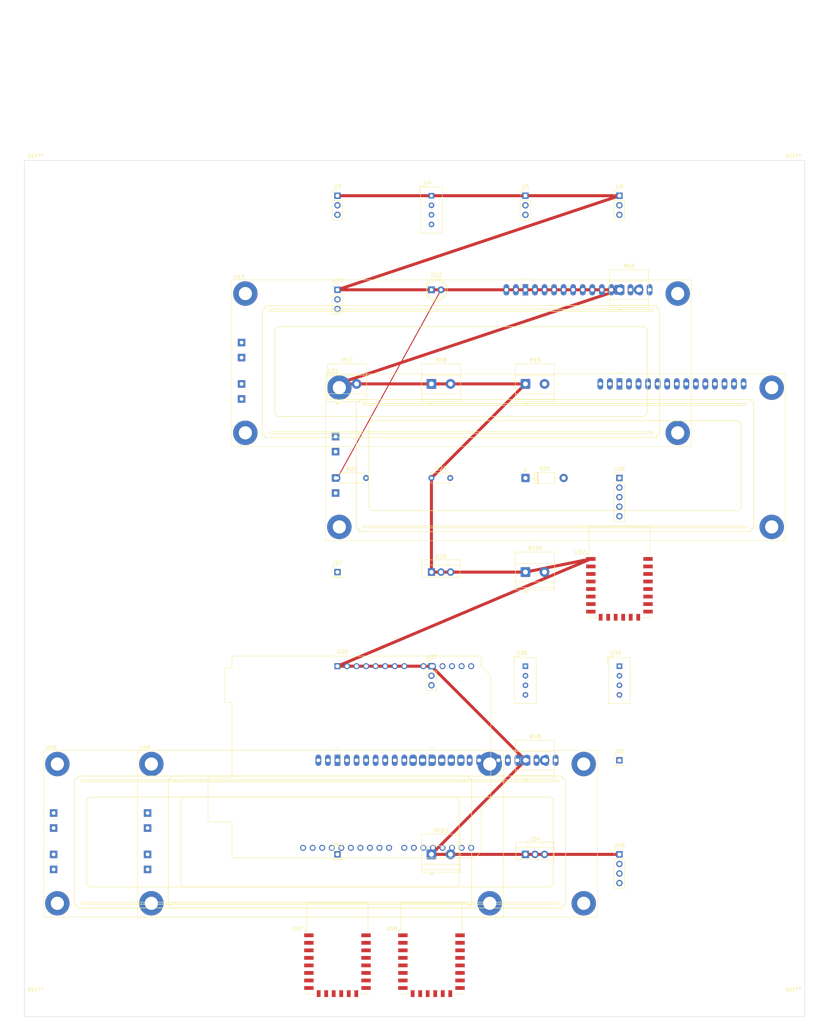
<source format=kicad_pcb>
(kicad_pcb (version 20241229) (generator "pcbnew") (generator_version "9.0")
  (layers (0 "F.Cu" signal) (2 "B.Cu" signal) (13 "F.Paste" user) (15 "B.Paste" user) (5 "F.SilkS" user "F.Silkscreen") (7 "B.SilkS" user "B.Silkscreen") (1 "F.Mask" user) (3 "B.Mask" user) (25 "Edge.Cuts" user))
  (net 0 "")
  (net 1 "Net-(D12-R22)")
  (net 2 "GND")
  (footprint "PinHeader_1x04_P2.54mm_Vertical" (layer "F.Cu") (at 125 225)
    (property "Reference" "U55" (at 0 -2.38 0) (layer "F.SilkS"))
    (property "Value" "Modules")
    (pad "1" thru_hole rect (at 0 0) (size 1.7 1.7) (drill 1) (layers "*.Cu" "*.Mask") (net 2 "GND"))
    (pad "2" thru_hole circle (at 0 2.54) (size 1.7 1.7) (drill 1) (layers "*.Cu" "*.Mask"))
    (pad "3" thru_hole circle (at 0 5.08) (size 1.7 1.7) (drill 1) (layers "*.Cu" "*.Mask"))
    (pad "4" thru_hole circle (at 0 7.62) (size 1.7 1.7) (drill 1) (layers "*.Cu" "*.Mask"))
  )
  (footprint "ESP-12E" (layer "F.Cu") (at 75 250)
    (property "Reference" "U58" (at -10.56 -5.26 0) (layer "F.SilkS"))
    (property "Value" "ESP8266")
    (pad "1" smd rect (at -7.6 -3.5) (size 2.5 1) (layers "F.Cu" "F.Mask" "F.Paste"))
    (pad "2" smd rect (at -7.6 -1.5) (size 2.5 1) (layers "F.Cu" "F.Mask" "F.Paste"))
    (pad "3" smd rect (at -7.6 0.5) (size 2.5 1) (layers "F.Cu" "F.Mask" "F.Paste"))
    (pad "4" smd rect (at -7.6 2.5) (size 2.5 1) (layers "F.Cu" "F.Mask" "F.Paste"))
    (pad "5" smd rect (at -7.6 4.5) (size 2.5 1) (layers "F.Cu" "F.Mask" "F.Paste"))
    (pad "6" smd rect (at -7.6 6.5) (size 2.5 1) (layers "F.Cu" "F.Mask" "F.Paste"))
    (pad "7" smd rect (at -7.6 8.5) (size 2.5 1) (layers "F.Cu" "F.Mask" "F.Paste"))
    (pad "8" smd rect (at -7.6 10.5) (size 2.5 1) (layers "F.Cu" "F.Mask" "F.Paste"))
    (pad "9" smd rect (at -5 12) (size 1 1.8) (layers "F.Cu" "F.Mask" "F.Paste"))
    (pad "10" smd rect (at -3 12) (size 1 1.8) (layers "F.Cu" "F.Mask" "F.Paste"))
    (pad "11" smd rect (at -1 12) (size 1 1.8) (layers "F.Cu" "F.Mask" "F.Paste"))
    (pad "12" smd rect (at 1 12) (size 1 1.8) (layers "F.Cu" "F.Mask" "F.Paste"))
    (pad "13" smd rect (at 3 12) (size 1 1.8) (layers "F.Cu" "F.Mask" "F.Paste"))
    (pad "14" smd rect (at 5 12) (size 1 1.8) (layers "F.Cu" "F.Mask" "F.Paste"))
    (pad "15" smd rect (at 7.6 10.5) (size 2.5 1) (layers "F.Cu" "F.Mask" "F.Paste"))
    (pad "16" smd rect (at 7.6 8.5) (size 2.5 1) (layers "F.Cu" "F.Mask" "F.Paste"))
    (pad "17" smd rect (at 7.6 6.5) (size 2.5 1) (layers "F.Cu" "F.Mask" "F.Paste"))
    (pad "18" smd rect (at 7.6 4.5) (size 2.5 1) (layers "F.Cu" "F.Mask" "F.Paste"))
    (pad "19" smd rect (at 7.6 2.5) (size 2.5 1) (layers "F.Cu" "F.Mask" "F.Paste"))
    (pad "20" smd rect (at 7.6 0.5) (size 2.5 1) (layers "F.Cu" "F.Mask" "F.Paste"))
    (pad "21" smd rect (at 7.6 -1.5) (size 2.5 1) (layers "F.Cu" "F.Mask" "F.Paste"))
    (pad "22" smd rect (at 7.6 -3.5) (size 2.5 1) (layers "F.Cu" "F.Mask" "F.Paste"))
  )
  (footprint "TerminalBlock_Phoenix_MKDS-1,5-2-5.08_1x02_P5.08mm_Horizontal" (layer "F.Cu") (at 75 100)
    (property "Reference" "M18" (at 2.54 -6.32 0) (layer "F.SilkS"))
    (property "Value" "Servo motors")
    (pad "1" thru_hole roundrect (at 0 0) (size 2.6 2.6) (drill 1.3) (layers "*.Cu" "*.Mask") (roundrect_rratio 0.096154) (net 2 "GND"))
    (pad "2" thru_hole circle (at 5.08 0) (size 2.6 2.6) (drill 1.3) (layers "*.Cu" "*.Mask"))
  )
  (footprint "ESP-12E" (layer "F.Cu") (at 125 150)
    (property "Reference" "U32" (at -10.56 -5.26 0) (layer "F.SilkS"))
    (property "Value" "WiFi modules (ESP8266)")
    (pad "1" smd rect (at -7.6 -3.5) (size 2.5 1) (layers "F.Cu" "F.Mask" "F.Paste") (net 2 "GND"))
    (pad "2" smd rect (at -7.6 -1.5) (size 2.5 1) (layers "F.Cu" "F.Mask" "F.Paste"))
    (pad "3" smd rect (at -7.6 0.5) (size 2.5 1) (layers "F.Cu" "F.Mask" "F.Paste"))
    (pad "4" smd rect (at -7.6 2.5) (size 2.5 1) (layers "F.Cu" "F.Mask" "F.Paste"))
    (pad "5" smd rect (at -7.6 4.5) (size 2.5 1) (layers "F.Cu" "F.Mask" "F.Paste"))
    (pad "6" smd rect (at -7.6 6.5) (size 2.5 1) (layers "F.Cu" "F.Mask" "F.Paste"))
    (pad "7" smd rect (at -7.6 8.5) (size 2.5 1) (layers "F.Cu" "F.Mask" "F.Paste"))
    (pad "8" smd rect (at -7.6 10.5) (size 2.5 1) (layers "F.Cu" "F.Mask" "F.Paste"))
    (pad "9" smd rect (at -5 12) (size 1 1.8) (layers "F.Cu" "F.Mask" "F.Paste"))
    (pad "10" smd rect (at -3 12) (size 1 1.8) (layers "F.Cu" "F.Mask" "F.Paste"))
    (pad "11" smd rect (at -1 12) (size 1 1.8) (layers "F.Cu" "F.Mask" "F.Paste"))
    (pad "12" smd rect (at 1 12) (size 1 1.8) (layers "F.Cu" "F.Mask" "F.Paste"))
    (pad "13" smd rect (at 3 12) (size 1 1.8) (layers "F.Cu" "F.Mask" "F.Paste"))
    (pad "14" smd rect (at 5 12) (size 1 1.8) (layers "F.Cu" "F.Mask" "F.Paste"))
    (pad "15" smd rect (at 7.6 10.5) (size 2.5 1) (layers "F.Cu" "F.Mask" "F.Paste"))
    (pad "16" smd rect (at 7.6 8.5) (size 2.5 1) (layers "F.Cu" "F.Mask" "F.Paste"))
    (pad "17" smd rect (at 7.6 6.5) (size 2.5 1) (layers "F.Cu" "F.Mask" "F.Paste"))
    (pad "18" smd rect (at 7.6 4.5) (size 2.5 1) (layers "F.Cu" "F.Mask" "F.Paste"))
    (pad "19" smd rect (at 7.6 2.5) (size 2.5 1) (layers "F.Cu" "F.Mask" "F.Paste"))
    (pad "20" smd rect (at 7.6 0.5) (size 2.5 1) (layers "F.Cu" "F.Mask" "F.Paste"))
    (pad "21" smd rect (at 7.6 -1.5) (size 2.5 1) (layers "F.Cu" "F.Mask" "F.Paste"))
    (pad "22" smd rect (at 7.6 -3.5) (size 2.5 1) (layers "F.Cu" "F.Mask" "F.Paste"))
  )
  (footprint "PinHeader_1x03_P2.54mm_Vertical" (layer "F.Cu") (at 50 75)
    (property "Reference" "U10" (at 0 -2.38 0) (layer "F.SilkS"))
    (property "Value" "Touch sensors")
    (pad "1" thru_hole rect (at 0 0) (size 1.7 1.7) (drill 1) (layers "*.Cu" "*.Mask") (net 2 "GND"))
    (pad "2" thru_hole circle (at 0 2.54) (size 1.7 1.7) (drill 1) (layers "*.Cu" "*.Mask"))
    (pad "3" thru_hole circle (at 0 5.08) (size 1.7 1.7) (drill 1) (layers "*.Cu" "*.Mask"))
  )
  (footprint "MountingHole_3.2mm_M3" (layer "F.Cu") (at -30.275 43.65175)
    (property "Reference" "REF**" (at 0 -4.15 0) (layer "F.SilkS"))
    (property "Value" "MountingHole_3.2mm_M3")
    (pad "" np_thru_hole circle (at 0 0) (size 3.2 3.2) (drill 3.2) (layers "*.Cu" "*.Mask"))
  )
  (footprint "TerminalBlock_Phoenix_MKDS-1,5-2-5.08_1x02_P5.08mm_Horizontal" (layer "F.Cu") (at 100 100)
    (property "Reference" "M19" (at 2.54 -6.32 0) (layer "F.SilkS"))
    (property "Value" "Stepper motors")
    (pad "1" thru_hole roundrect (at 0 0) (size 2.6 2.6) (drill 1.3) (layers "*.Cu" "*.Mask") (roundrect_rratio 0.096154) (net 2 "GND"))
    (pad "2" thru_hole circle (at 5.08 0) (size 2.6 2.6) (drill 1.3) (layers "*.Cu" "*.Mask"))
  )
  (footprint "TO-220-3_Vertical" (layer "F.Cu") (at 100 225)
    (property "Reference" "U54" (at 2.54 -4.1 0) (layer "F.SilkS"))
    (property "Value" "regulators")
    (pad "1" thru_hole rect (at 0 0) (size 1.905 2) (drill 1.1) (layers "*.Cu" "*.Mask") (net 2 "GND"))
    (pad "2" thru_hole oval (at 2.54 0) (size 1.905 2) (drill 1.1) (layers "*.Cu" "*.Mask"))
    (pad "3" thru_hole oval (at 5.08 0) (size 1.905 2) (drill 1.1) (layers "*.Cu" "*.Mask"))
  )
  (footprint "Aosong_DHT11_5.5x12.0_P2.54mm" (layer "F.Cu") (at 125 175)
    (property "Reference" "U39" (at -1 -3.5 0) (layer "F.SilkS"))
    (property "Value" "DHT22")
    (pad "1" thru_hole rect (at 0 0) (size 1.5 1.5) (drill 0.8) (layers "*.Cu" "*.Mask"))
    (pad "2" thru_hole circle (at 0 2.54) (size 1.5 1.5) (drill 0.8) (layers "*.Cu" "*.Mask"))
    (pad "3" thru_hole circle (at 0 5.08) (size 1.5 1.5) (drill 0.8) (layers "*.Cu" "*.Mask"))
    (pad "4" thru_hole circle (at 0 7.62) (size 1.5 1.5) (drill 0.8) (layers "*.Cu" "*.Mask"))
  )
  (footprint "TerminalBlock_Phoenix_MKDS-1,5-2-5.08_1x02_P5.08mm_Horizontal" (layer "F.Cu") (at 125 75)
    (property "Reference" "M16" (at 2.54 -6.32 0) (layer "F.SilkS"))
    (property "Value" "Motors:")
    (pad "1" thru_hole roundrect (at 0 0) (size 2.6 2.6) (drill 1.3) (layers "*.Cu" "*.Mask") (roundrect_rratio 0.096154) (net 2 "GND"))
    (pad "2" thru_hole circle (at 5.08 0) (size 2.6 2.6) (drill 1.3) (layers "*.Cu" "*.Mask"))
  )
  (footprint "PinHeader_1x01_P2.54mm_Vertical" (layer "F.Cu") (at 50 225)
    (property "Reference" "U52" (at 0 -2.38 0) (layer "F.SilkS"))
    (property "Value" "Wires")
    (pad "1" thru_hole rect (at 0 0) (size 1.7 1.7) (drill 1) (layers "*.Cu" "*.Mask"))
  )
  (footprint "PinHeader_1x05_P2.54mm_Vertical" (layer "F.Cu") (at 125 125)
    (property "Reference" "U26" (at 0 -2.38 0) (layer "F.SilkS"))
    (property "Value" "Breadboard")
    (pad "1" thru_hole rect (at 0 0) (size 1.7 1.7) (drill 1) (layers "*.Cu" "*.Mask"))
    (pad "2" thru_hole circle (at 0 2.54) (size 1.7 1.7) (drill 1) (layers "*.Cu" "*.Mask"))
    (pad "3" thru_hole circle (at 0 5.08) (size 1.7 1.7) (drill 1) (layers "*.Cu" "*.Mask"))
    (pad "4" thru_hole circle (at 0 7.62) (size 1.7 1.7) (drill 1) (layers "*.Cu" "*.Mask"))
    (pad "5" thru_hole circle (at 0 10.16) (size 1.7 1.7) (drill 1) (layers "*.Cu" "*.Mask"))
  )
  (footprint "Arduino_UNO_R3" (layer "F.Cu") (at 50 175)
    (property "Reference" "U35" (at 1.27 -3.81 180) (layer "F.SilkS"))
    (property "Value" "arduino")
    (pad "1" thru_hole rect (at 0 0 90) (size 1.6 1.6) (drill 1) (layers "*.Cu" "*.Mask") (net 2 "GND"))
    (pad "2" thru_hole oval (at 2.54 0 90) (size 1.6 1.6) (drill 1) (layers "*.Cu" "*.Mask"))
    (pad "3" thru_hole oval (at 5.08 0 90) (size 1.6 1.6) (drill 1) (layers "*.Cu" "*.Mask"))
    (pad "4" thru_hole oval (at 7.62 0 90) (size 1.6 1.6) (drill 1) (layers "*.Cu" "*.Mask"))
    (pad "5" thru_hole oval (at 10.16 0 90) (size 1.6 1.6) (drill 1) (layers "*.Cu" "*.Mask"))
    (pad "6" thru_hole oval (at 12.7 0 90) (size 1.6 1.6) (drill 1) (layers "*.Cu" "*.Mask"))
    (pad "7" thru_hole oval (at 15.24 0 90) (size 1.6 1.6) (drill 1) (layers "*.Cu" "*.Mask"))
    (pad "8" thru_hole oval (at 17.78 0 90) (size 1.6 1.6) (drill 1) (layers "*.Cu" "*.Mask"))
    (pad "9" thru_hole oval (at 22.86 0 90) (size 1.6 1.6) (drill 1) (layers "*.Cu" "*.Mask"))
    (pad "10" thru_hole oval (at 25.4 0 90) (size 1.6 1.6) (drill 1) (layers "*.Cu" "*.Mask"))
    (pad "11" thru_hole oval (at 27.94 0 90) (size 1.6 1.6) (drill 1) (layers "*.Cu" "*.Mask"))
    (pad "12" thru_hole oval (at 30.48 0 90) (size 1.6 1.6) (drill 1) (layers "*.Cu" "*.Mask"))
    (pad "13" thru_hole oval (at 33.02 0 90) (size 1.6 1.6) (drill 1) (layers "*.Cu" "*.Mask"))
    (pad "14" thru_hole oval (at 35.56 0 90) (size 1.6 1.6) (drill 1) (layers "*.Cu" "*.Mask"))
    (pad "15" thru_hole oval (at 35.56 48.26 90) (size 1.6 1.6) (drill 1) (layers "*.Cu" "*.Mask"))
    (pad "16" thru_hole oval (at 33.02 48.26 90) (size 1.6 1.6) (drill 1) (layers "*.Cu" "*.Mask"))
    (pad "17" thru_hole oval (at 30.48 48.26 90) (size 1.6 1.6) (drill 1) (layers "*.Cu" "*.Mask"))
    (pad "18" thru_hole oval (at 27.94 48.26 90) (size 1.6 1.6) (drill 1) (layers "*.Cu" "*.Mask"))
    (pad "19" thru_hole oval (at 25.4 48.26 90) (size 1.6 1.6) (drill 1) (layers "*.Cu" "*.Mask"))
    (pad "20" thru_hole oval (at 22.86 48.26 90) (size 1.6 1.6) (drill 1) (layers "*.Cu" "*.Mask"))
    (pad "21" thru_hole oval (at 20.32 48.26 90) (size 1.6 1.6) (drill 1) (layers "*.Cu" "*.Mask"))
    (pad "22" thru_hole oval (at 17.78 48.26 90) (size 1.6 1.6) (drill 1) (layers "*.Cu" "*.Mask"))
    (pad "23" thru_hole oval (at 13.72 48.26 90) (size 1.6 1.6) (drill 1) (layers "*.Cu" "*.Mask"))
    (pad "24" thru_hole oval (at 11.18 48.26 90) (size 1.6 1.6) (drill 1) (layers "*.Cu" "*.Mask"))
    (pad "25" thru_hole oval (at 8.64 48.26 90) (size 1.6 1.6) (drill 1) (layers "*.Cu" "*.Mask"))
    (pad "26" thru_hole oval (at 6.1 48.26 90) (size 1.6 1.6) (drill 1) (layers "*.Cu" "*.Mask"))
    (pad "27" thru_hole oval (at 3.56 48.26 90) (size 1.6 1.6) (drill 1) (layers "*.Cu" "*.Mask"))
    (pad "28" thru_hole oval (at 1.02 48.26 90) (size 1.6 1.6) (drill 1) (layers "*.Cu" "*.Mask"))
    (pad "29" thru_hole oval (at -1.52 48.26 90) (size 1.6 1.6) (drill 1) (layers "*.Cu" "*.Mask"))
    (pad "30" thru_hole oval (at -4.06 48.26 90) (size 1.6 1.6) (drill 1) (layers "*.Cu" "*.Mask"))
    (pad "31" thru_hole oval (at -6.6 48.26 90) (size 1.6 1.6) (drill 1) (layers "*.Cu" "*.Mask"))
    (pad "32" thru_hole oval (at -9.14 48.26 90) (size 1.6 1.6) (drill 1) (layers "*.Cu" "*.Mask"))
  )
  (footprint "TerminalBlock_Phoenix_MKDS-1,5-2-5.08_1x02_P5.08mm_Horizontal" (layer "F.Cu") (at 75 225)
    (property "Reference" "BT53" (at 2.54 -6.32 0) (layer "F.SilkS"))
    (property "Value" "battery")
    (pad "1" thru_hole roundrect (at 0 0) (size 2.6 2.6) (drill 1.3) (layers "*.Cu" "*.Mask") (roundrect_rratio 0.096154) (net 2 "GND"))
    (pad "2" thru_hole circle (at 5.08 0) (size 2.6 2.6) (drill 1.3) (layers "*.Cu" "*.Mask"))
  )
  (footprint "PinHeader_1x03_P2.54mm_Vertical" (layer "F.Cu") (at 50 50)
    (property "Reference" "U3" (at 0 -2.38 0) (layer "F.SilkS"))
    (property "Value" "Sensors:")
    (pad "1" thru_hole rect (at 0 0) (size 1.7 1.7) (drill 1) (layers "*.Cu" "*.Mask") (net 2 "GND"))
    (pad "2" thru_hole circle (at 0 2.54) (size 1.7 1.7) (drill 1) (layers "*.Cu" "*.Mask"))
    (pad "3" thru_hole circle (at 0 5.08) (size 1.7 1.7) (drill 1) (layers "*.Cu" "*.Mask"))
  )
  (footprint "Aosong_DHT11_5.5x12.0_P2.54mm" (layer "F.Cu") (at 100 175)
    (property "Reference" "U38" (at -1 -3.5 0) (layer "F.SilkS"))
    (property "Value" "DHT11")
    (pad "1" thru_hole rect (at 0 0) (size 1.5 1.5) (drill 0.8) (layers "*.Cu" "*.Mask"))
    (pad "2" thru_hole circle (at 0 2.54) (size 1.5 1.5) (drill 0.8) (layers "*.Cu" "*.Mask"))
    (pad "3" thru_hole circle (at 0 5.08) (size 1.5 1.5) (drill 0.8) (layers "*.Cu" "*.Mask"))
    (pad "4" thru_hole circle (at 0 7.62) (size 1.5 1.5) (drill 0.8) (layers "*.Cu" "*.Mask"))
  )
  (footprint "Aosong_DHT11_5.5x12.0_P2.54mm" (layer "F.Cu") (at 75 50)
    (property "Reference" "U4" (at -1 -3.5 0) (layer "F.SilkS"))
    (property "Value" "Temperature sensors (DHT11, DHT22, LM35)")
    (pad "1" thru_hole rect (at 0 0) (size 1.5 1.5) (drill 0.8) (layers "*.Cu" "*.Mask") (net 2 "GND"))
    (pad "2" thru_hole circle (at 0 2.54) (size 1.5 1.5) (drill 0.8) (layers "*.Cu" "*.Mask"))
    (pad "3" thru_hole circle (at 0 5.08) (size 1.5 1.5) (drill 0.8) (layers "*.Cu" "*.Mask"))
    (pad "4" thru_hole circle (at 0 7.62) (size 1.5 1.5) (drill 0.8) (layers "*.Cu" "*.Mask"))
  )
  (footprint "ESP-12E" (layer "F.Cu") (at 50 250)
    (property "Reference" "U57" (at -10.56 -5.26 0) (layer "F.SilkS"))
    (property "Value" "WiFi")
    (pad "1" smd rect (at -7.6 -3.5) (size 2.5 1) (layers "F.Cu" "F.Mask" "F.Paste"))
    (pad "2" smd rect (at -7.6 -1.5) (size 2.5 1) (layers "F.Cu" "F.Mask" "F.Paste"))
    (pad "3" smd rect (at -7.6 0.5) (size 2.5 1) (layers "F.Cu" "F.Mask" "F.Paste"))
    (pad "4" smd rect (at -7.6 2.5) (size 2.5 1) (layers "F.Cu" "F.Mask" "F.Paste"))
    (pad "5" smd rect (at -7.6 4.5) (size 2.5 1) (layers "F.Cu" "F.Mask" "F.Paste"))
    (pad "6" smd rect (at -7.6 6.5) (size 2.5 1) (layers "F.Cu" "F.Mask" "F.Paste"))
    (pad "7" smd rect (at -7.6 8.5) (size 2.5 1) (layers "F.Cu" "F.Mask" "F.Paste"))
    (pad "8" smd rect (at -7.6 10.5) (size 2.5 1) (layers "F.Cu" "F.Mask" "F.Paste"))
    (pad "9" smd rect (at -5 12) (size 1 1.8) (layers "F.Cu" "F.Mask" "F.Paste"))
    (pad "10" smd rect (at -3 12) (size 1 1.8) (layers "F.Cu" "F.Mask" "F.Paste"))
    (pad "11" smd rect (at -1 12) (size 1 1.8) (layers "F.Cu" "F.Mask" "F.Paste"))
    (pad "12" smd rect (at 1 12) (size 1 1.8) (layers "F.Cu" "F.Mask" "F.Paste"))
    (pad "13" smd rect (at 3 12) (size 1 1.8) (layers "F.Cu" "F.Mask" "F.Paste"))
    (pad "14" smd rect (at 5 12) (size 1 1.8) (layers "F.Cu" "F.Mask" "F.Paste"))
    (pad "15" smd rect (at 7.6 10.5) (size 2.5 1) (layers "F.Cu" "F.Mask" "F.Paste"))
    (pad "16" smd rect (at 7.6 8.5) (size 2.5 1) (layers "F.Cu" "F.Mask" "F.Paste"))
    (pad "17" smd rect (at 7.6 6.5) (size 2.5 1) (layers "F.Cu" "F.Mask" "F.Paste"))
    (pad "18" smd rect (at 7.6 4.5) (size 2.5 1) (layers "F.Cu" "F.Mask" "F.Paste"))
    (pad "19" smd rect (at 7.6 2.5) (size 2.5 1) (layers "F.Cu" "F.Mask" "F.Paste"))
    (pad "20" smd rect (at 7.6 0.5) (size 2.5 1) (layers "F.Cu" "F.Mask" "F.Paste"))
    (pad "21" smd rect (at 7.6 -1.5) (size 2.5 1) (layers "F.Cu" "F.Mask" "F.Paste"))
    (pad "22" smd rect (at 7.6 -3.5) (size 2.5 1) (layers "F.Cu" "F.Mask" "F.Paste"))
  )
  (footprint "LCD-016N002L" (layer "F.Cu") (at 75 200)
    (property "Reference" "U46" (at -76.21 -3.41 180) (layer "F.SilkS"))
    (property "Value" "Displays")
    (pad "" thru_hole circle (at -74.5 1 180) (size 6.5 6.5) (drill 3.5) (layers "*.Cu" "*.Mask"))
    (pad "" thru_hole circle (at -74.5 38 180) (size 6.5 6.5) (drill 3.5) (layers "*.Cu" "*.Mask"))
    (pad "" thru_hole circle (at 40.5 1 180) (size 6.5 6.5) (drill 3.5) (layers "*.Cu" "*.Mask"))
    (pad "" thru_hole circle (at 40.5 38 180) (size 6.5 6.5) (drill 3.5) (layers "*.Cu" "*.Mask"))
    (pad "1" thru_hole rect (at 0 0 180) (size 1.5 3) (drill 1) (layers "*.Cu" "*.Mask"))
    (pad "2" thru_hole oval (at 2.54 0 180) (size 1.5 3) (drill 1) (layers "*.Cu" "*.Mask"))
    (pad "3" thru_hole oval (at 5.08 0 180) (size 1.5 3) (drill 1) (layers "*.Cu" "*.Mask"))
    (pad "4" thru_hole oval (at 7.62 0 180) (size 1.5 3) (drill 1) (layers "*.Cu" "*.Mask"))
    (pad "5" thru_hole oval (at 10.16 0 180) (size 1.5 3) (drill 1) (layers "*.Cu" "*.Mask"))
    (pad "6" thru_hole oval (at 12.7 0 180) (size 1.5 3) (drill 1) (layers "*.Cu" "*.Mask"))
    (pad "7" thru_hole oval (at 15.24 0 180) (size 1.5 3) (drill 1) (layers "*.Cu" "*.Mask"))
    (pad "8" thru_hole oval (at 17.78 0 180) (size 1.5 3) (drill 1) (layers "*.Cu" "*.Mask"))
    (pad "9" thru_hole oval (at 20.32 0 180) (size 1.5 3) (drill 1) (layers "*.Cu" "*.Mask"))
    (pad "10" thru_hole oval (at 22.86 0 180) (size 1.5 3) (drill 1) (layers "*.Cu" "*.Mask"))
    (pad "11" thru_hole oval (at 25.4 0 180) (size 1.5 3) (drill 1) (layers "*.Cu" "*.Mask"))
    (pad "12" thru_hole oval (at 27.94 0 180) (size 1.5 3) (drill 1) (layers "*.Cu" "*.Mask"))
    (pad "13" thru_hole oval (at 30.48 0 180) (size 1.5 3) (drill 1) (layers "*.Cu" "*.Mask"))
    (pad "14" thru_hole oval (at 33.02 0 180) (size 1.5 3) (drill 1) (layers "*.Cu" "*.Mask"))
    (pad "15" thru_hole oval (at -2.54 0 180) (size 1.5 3) (drill 1) (layers "*.Cu" "*.Mask"))
    (pad "16" thru_hole oval (at -5.08 0 180) (size 1.5 3) (drill 1) (layers "*.Cu" "*.Mask"))
    (pad "A1" thru_hole rect (at -75.5 14 180) (size 2 2) (drill 1) (layers "*.Cu" "*.Mask"))
    (pad "A2" thru_hole rect (at -75.5 25 180) (size 2 2) (drill 1) (layers "*.Cu" "*.Mask"))
    (pad "K1" thru_hole rect (at -75.5 18 180) (size 2 2) (drill 1) (layers "*.Cu" "*.Mask"))
    (pad "K2" thru_hole rect (at -75.5 29 180) (size 2 2) (drill 1) (layers "*.Cu" "*.Mask"))
  )
  (footprint "PinHeader_1x03_P2.54mm_Vertical" (layer "F.Cu") (at 125 50)
    (property "Reference" "U9" (at 0 -2.38 0) (layer "F.SilkS"))
    (property "Value" "Sound sensors")
    (pad "1" thru_hole rect (at 0 0) (size 1.7 1.7) (drill 1) (layers "*.Cu" "*.Mask") (net 2 "GND"))
    (pad "2" thru_hole circle (at 0 2.54) (size 1.7 1.7) (drill 1) (layers "*.Cu" "*.Mask"))
    (pad "3" thru_hole circle (at 0 5.08) (size 1.7 1.7) (drill 1) (layers "*.Cu" "*.Mask"))
  )
  (footprint "LCD-016N002L" (layer "F.Cu") (at 50 200)
    (property "Reference" "U45" (at -76.21 -3.41 180) (layer "F.SilkS"))
    (property "Value" "LCD")
    (pad "" thru_hole circle (at -74.5 1 180) (size 6.5 6.5) (drill 3.5) (layers "*.Cu" "*.Mask"))
    (pad "" thru_hole circle (at -74.5 38 180) (size 6.5 6.5) (drill 3.5) (layers "*.Cu" "*.Mask"))
    (pad "" thru_hole circle (at 40.5 1 180) (size 6.5 6.5) (drill 3.5) (layers "*.Cu" "*.Mask"))
    (pad "" thru_hole circle (at 40.5 38 180) (size 6.5 6.5) (drill 3.5) (layers "*.Cu" "*.Mask"))
    (pad "1" thru_hole rect (at 0 0 180) (size 1.5 3) (drill 1) (layers "*.Cu" "*.Mask"))
    (pad "2" thru_hole oval (at 2.54 0 180) (size 1.5 3) (drill 1) (layers "*.Cu" "*.Mask"))
    (pad "3" thru_hole oval (at 5.08 0 180) (size 1.5 3) (drill 1) (layers "*.Cu" "*.Mask"))
    (pad "4" thru_hole oval (at 7.62 0 180) (size 1.5 3) (drill 1) (layers "*.Cu" "*.Mask"))
    (pad "5" thru_hole oval (at 10.16 0 180) (size 1.5 3) (drill 1) (layers "*.Cu" "*.Mask"))
    (pad "6" thru_hole oval (at 12.7 0 180) (size 1.5 3) (drill 1) (layers "*.Cu" "*.Mask"))
    (pad "7" thru_hole oval (at 15.24 0 180) (size 1.5 3) (drill 1) (layers "*.Cu" "*.Mask"))
    (pad "8" thru_hole oval (at 17.78 0 180) (size 1.5 3) (drill 1) (layers "*.Cu" "*.Mask"))
    (pad "9" thru_hole oval (at 20.32 0 180) (size 1.5 3) (drill 1) (layers "*.Cu" "*.Mask"))
    (pad "10" thru_hole oval (at 22.86 0 180) (size 1.5 3) (drill 1) (layers "*.Cu" "*.Mask"))
    (pad "11" thru_hole oval (at 25.4 0 180) (size 1.5 3) (drill 1) (layers "*.Cu" "*.Mask"))
    (pad "12" thru_hole oval (at 27.94 0 180) (size 1.5 3) (drill 1) (layers "*.Cu" "*.Mask"))
    (pad "13" thru_hole oval (at 30.48 0 180) (size 1.5 3) (drill 1) (layers "*.Cu" "*.Mask"))
    (pad "14" thru_hole oval (at 33.02 0 180) (size 1.5 3) (drill 1) (layers "*.Cu" "*.Mask"))
    (pad "15" thru_hole oval (at -2.54 0 180) (size 1.5 3) (drill 1) (layers "*.Cu" "*.Mask"))
    (pad "16" thru_hole oval (at -5.08 0 180) (size 1.5 3) (drill 1) (layers "*.Cu" "*.Mask"))
    (pad "A1" thru_hole rect (at -75.5 14 180) (size 2 2) (drill 1) (layers "*.Cu" "*.Mask"))
    (pad "A2" thru_hole rect (at -75.5 25 180) (size 2 2) (drill 1) (layers "*.Cu" "*.Mask"))
    (pad "K1" thru_hole rect (at -75.5 18 180) (size 2 2) (drill 1) (layers "*.Cu" "*.Mask"))
    (pad "K2" thru_hole rect (at -75.5 29 180) (size 2 2) (drill 1) (layers "*.Cu" "*.Mask"))
  )
  (footprint "C_Disc_D5.0mm_W2.5mm_P5.00mm" (layer "F.Cu") (at 75 125)
    (property "Reference" "C23" (at 2.5 -2.5 0) (layer "F.SilkS"))
    (property "Value" "Capacitors")
    (pad "1" thru_hole circle (at 0 0) (size 1.6 1.6) (drill 0.8) (layers "*.Cu" "*.Mask") (net 2 "GND"))
    (pad "2" thru_hole circle (at 5 0) (size 1.6 1.6) (drill 0.8) (layers "*.Cu" "*.Mask"))
  )
  (footprint "LCD-016N002L" (layer "F.Cu") (at 125 100)
    (property "Reference" "U21" (at -76.21 -3.41 180) (layer "F.SilkS"))
    (property "Value" "Display")
    (pad "" thru_hole circle (at -74.5 1 180) (size 6.5 6.5) (drill 3.5) (layers "*.Cu" "*.Mask"))
    (pad "" thru_hole circle (at -74.5 38 180) (size 6.5 6.5) (drill 3.5) (layers "*.Cu" "*.Mask"))
    (pad "" thru_hole circle (at 40.5 1 180) (size 6.5 6.5) (drill 3.5) (layers "*.Cu" "*.Mask"))
    (pad "" thru_hole circle (at 40.5 38 180) (size 6.5 6.5) (drill 3.5) (layers "*.Cu" "*.Mask"))
    (pad "1" thru_hole rect (at 0 0 180) (size 1.5 3) (drill 1) (layers "*.Cu" "*.Mask"))
    (pad "2" thru_hole oval (at 2.54 0 180) (size 1.5 3) (drill 1) (layers "*.Cu" "*.Mask"))
    (pad "3" thru_hole oval (at 5.08 0 180) (size 1.5 3) (drill 1) (layers "*.Cu" "*.Mask"))
    (pad "4" thru_hole oval (at 7.62 0 180) (size 1.5 3) (drill 1) (layers "*.Cu" "*.Mask"))
    (pad "5" thru_hole oval (at 10.16 0 180) (size 1.5 3) (drill 1) (layers "*.Cu" "*.Mask"))
    (pad "6" thru_hole oval (at 12.7 0 180) (size 1.5 3) (drill 1) (layers "*.Cu" "*.Mask"))
    (pad "7" thru_hole oval (at 15.24 0 180) (size 1.5 3) (drill 1) (layers "*.Cu" "*.Mask"))
    (pad "8" thru_hole oval (at 17.78 0 180) (size 1.5 3) (drill 1) (layers "*.Cu" "*.Mask"))
    (pad "9" thru_hole oval (at 20.32 0 180) (size 1.5 3) (drill 1) (layers "*.Cu" "*.Mask"))
    (pad "10" thru_hole oval (at 22.86 0 180) (size 1.5 3) (drill 1) (layers "*.Cu" "*.Mask"))
    (pad "11" thru_hole oval (at 25.4 0 180) (size 1.5 3) (drill 1) (layers "*.Cu" "*.Mask"))
    (pad "12" thru_hole oval (at 27.94 0 180) (size 1.5 3) (drill 1) (layers "*.Cu" "*.Mask"))
    (pad "13" thru_hole oval (at 30.48 0 180) (size 1.5 3) (drill 1) (layers "*.Cu" "*.Mask"))
    (pad "14" thru_hole oval (at 33.02 0 180) (size 1.5 3) (drill 1) (layers "*.Cu" "*.Mask"))
    (pad "15" thru_hole oval (at -2.54 0 180) (size 1.5 3) (drill 1) (layers "*.Cu" "*.Mask"))
    (pad "16" thru_hole oval (at -5.08 0 180) (size 1.5 3) (drill 1) (layers "*.Cu" "*.Mask"))
    (pad "A1" thru_hole rect (at -75.5 14 180) (size 2 2) (drill 1) (layers "*.Cu" "*.Mask"))
    (pad "A2" thru_hole rect (at -75.5 25 180) (size 2 2) (drill 1) (layers "*.Cu" "*.Mask"))
    (pad "K1" thru_hole rect (at -75.5 18 180) (size 2 2) (drill 1) (layers "*.Cu" "*.Mask"))
    (pad "K2" thru_hole rect (at -75.5 29 180) (size 2 2) (drill 1) (layers "*.Cu" "*.Mask"))
  )
  (footprint "D_DO-41_SOD81_P10.16mm_Horizontal" (layer "F.Cu") (at 100 125)
    (property "Reference" "D25" (at 5.08 -2.47 0) (layer "F.SilkS"))
    (property "Value" "Diodes")
    (fp_text user "K" (at 0 -2.1 0) (layer "F.SilkS"))
    (pad "1" thru_hole roundrect (at 0 0) (size 2.2 2.2) (drill 1.1) (layers "*.Cu" "*.Mask") (roundrect_rratio 0.113636))
    (pad "2" thru_hole circle (at 10.16 0) (size 2.2 2.2) (drill 1.1) (layers "*.Cu" "*.Mask"))
  )
  (footprint "MountingHole_3.2mm_M3" (layer "F.Cu") (at 171.275 43.65175)
    (property "Reference" "REF**" (at 0 -4.15 0) (layer "F.SilkS"))
    (property "Value" "MountingHole_3.2mm_M3")
    (pad "" np_thru_hole circle (at 0 0) (size 3.2 3.2) (drill 3.2) (layers "*.Cu" "*.Mask"))
  )
  (footprint "PinHeader_1x01_P2.54mm_Vertical" (layer "F.Cu") (at 125 200)
    (property "Reference" "J51" (at 0 -2.38 0) (layer "F.SilkS"))
    (property "Value" "Jumper")
    (pad "1" thru_hole rect (at 0 0) (size 1.7 1.7) (drill 1) (layers "*.Cu" "*.Mask"))
  )
  (footprint "TO-220-3_Vertical" (layer "F.Cu") (at 75 150)
    (property "Reference" "U29" (at 2.54 -4.1 0) (layer "F.SilkS"))
    (property "Value" "Voltage regulators")
    (pad "1" thru_hole rect (at 0 0) (size 1.905 2) (drill 1.1) (layers "*.Cu" "*.Mask") (net 2 "GND"))
    (pad "2" thru_hole oval (at 2.54 0) (size 1.905 2) (drill 1.1) (layers "*.Cu" "*.Mask"))
    (pad "3" thru_hole oval (at 5.08 0) (size 1.905 2) (drill 1.1) (layers "*.Cu" "*.Mask"))
  )
  (footprint "TerminalBlock_Phoenix_MKDS-1,5-2-5.08_1x02_P5.08mm_Horizontal" (layer "F.Cu") (at 100 150)
    (property "Reference" "BT30" (at 2.54 -6.32 0) (layer "F.SilkS"))
    (property "Value" "Battery holders")
    (pad "1" thru_hole roundrect (at 0 0) (size 2.6 2.6) (drill 1.3) (layers "*.Cu" "*.Mask") (roundrect_rratio 0.096154) (net 2 "GND"))
    (pad "2" thru_hole circle (at 5.08 0) (size 2.6 2.6) (drill 1.3) (layers "*.Cu" "*.Mask"))
  )
  (footprint "PinHeader_1x01_P2.54mm_Vertical" (layer "F.Cu") (at 50 150)
    (property "Reference" "J27" (at 0 -2.38 0) (layer "F.SilkS"))
    (property "Value" "Jumper Wires")
    (pad "1" thru_hole rect (at 0 0) (size 1.7 1.7) (drill 1) (layers "*.Cu" "*.Mask"))
  )
  (footprint "TerminalBlock_Phoenix_MKDS-1,5-2-5.08_1x02_P5.08mm_Horizontal" (layer "F.Cu") (at 50 100)
    (property "Reference" "M17" (at 2.54 -6.32 0) (layer "F.SilkS"))
    (property "Value" "DC motors")
    (pad "1" thru_hole roundrect (at 0 0) (size 2.6 2.6) (drill 1.3) (layers "*.Cu" "*.Mask") (roundrect_rratio 0.096154) (net 2 "GND"))
    (pad "2" thru_hole circle (at 5.08 0) (size 2.6 2.6) (drill 1.3) (layers "*.Cu" "*.Mask"))
  )
  (footprint "LCD-016N002L" (layer "F.Cu") (at 100 75)
    (property "Reference" "U13" (at -76.21 -3.41 180) (layer "F.SilkS"))
    (property "Value" "LCD Displays")
    (pad "" thru_hole circle (at -74.5 1 180) (size 6.5 6.5) (drill 3.5) (layers "*.Cu" "*.Mask"))
    (pad "" thru_hole circle (at -74.5 38 180) (size 6.5 6.5) (drill 3.5) (layers "*.Cu" "*.Mask"))
    (pad "" thru_hole circle (at 40.5 1 180) (size 6.5 6.5) (drill 3.5) (layers "*.Cu" "*.Mask"))
    (pad "" thru_hole circle (at 40.5 38 180) (size 6.5 6.5) (drill 3.5) (layers "*.Cu" "*.Mask"))
    (pad "1" thru_hole rect (at 0 0 180) (size 1.5 3) (drill 1) (layers "*.Cu" "*.Mask"))
    (pad "2" thru_hole oval (at 2.54 0 180) (size 1.5 3) (drill 1) (layers "*.Cu" "*.Mask"))
    (pad "3" thru_hole oval (at 5.08 0 180) (size 1.5 3) (drill 1) (layers "*.Cu" "*.Mask"))
    (pad "4" thru_hole oval (at 7.62 0 180) (size 1.5 3) (drill 1) (layers "*.Cu" "*.Mask"))
    (pad "5" thru_hole oval (at 10.16 0 180) (size 1.5 3) (drill 1) (layers "*.Cu" "*.Mask"))
    (pad "6" thru_hole oval (at 12.7 0 180) (size 1.5 3) (drill 1) (layers "*.Cu" "*.Mask"))
    (pad "7" thru_hole oval (at 15.24 0 180) (size 1.5 3) (drill 1) (layers "*.Cu" "*.Mask"))
    (pad "8" thru_hole oval (at 17.78 0 180) (size 1.5 3) (drill 1) (layers "*.Cu" "*.Mask"))
    (pad "9" thru_hole oval (at 20.32 0 180) (size 1.5 3) (drill 1) (layers "*.Cu" "*.Mask"))
    (pad "10" thru_hole oval (at 22.86 0 180) (size 1.5 3) (drill 1) (layers "*.Cu" "*.Mask"))
    (pad "11" thru_hole oval (at 25.4 0 180) (size 1.5 3) (drill 1) (layers "*.Cu" "*.Mask"))
    (pad "12" thru_hole oval (at 27.94 0 180) (size 1.5 3) (drill 1) (layers "*.Cu" "*.Mask"))
    (pad "13" thru_hole oval (at 30.48 0 180) (size 1.5 3) (drill 1) (layers "*.Cu" "*.Mask"))
    (pad "14" thru_hole oval (at 33.02 0 180) (size 1.5 3) (drill 1) (layers "*.Cu" "*.Mask"))
    (pad "15" thru_hole oval (at -2.54 0 180) (size 1.5 3) (drill 1) (layers "*.Cu" "*.Mask"))
    (pad "16" thru_hole oval (at -5.08 0 180) (size 1.5 3) (drill 1) (layers "*.Cu" "*.Mask"))
    (pad "A1" thru_hole rect (at -75.5 14 180) (size 2 2) (drill 1) (layers "*.Cu" "*.Mask"))
    (pad "A2" thru_hole rect (at -75.5 25 180) (size 2 2) (drill 1) (layers "*.Cu" "*.Mask"))
    (pad "K1" thru_hole rect (at -75.5 18 180) (size 2 2) (drill 1) (layers "*.Cu" "*.Mask"))
    (pad "K2" thru_hole rect (at -75.5 29 180) (size 2 2) (drill 1) (layers "*.Cu" "*.Mask"))
  )
  (footprint "MountingHole_3.2mm_M3" (layer "F.Cu") (at -30.275 265.125)
    (property "Reference" "REF**" (at 0 -4.15 0) (layer "F.SilkS"))
    (property "Value" "MountingHole_3.2mm_M3")
    (pad "" np_thru_hole circle (at 0 0) (size 3.2 3.2) (drill 3.2) (layers "*.Cu" "*.Mask"))
  )
  (footprint "PinHeader_1x03_P2.54mm_Vertical" (layer "F.Cu") (at 100 50)
    (property "Reference" "U5" (at 0 -2.38 0) (layer "F.SilkS"))
    (property "Value" "Ultrasonic sensors (HC")
    (pad "1" thru_hole rect (at 0 0) (size 1.7 1.7) (drill 1) (layers "*.Cu" "*.Mask") (net 2 "GND"))
    (pad "2" thru_hole circle (at 0 2.54) (size 1.7 1.7) (drill 1) (layers "*.Cu" "*.Mask"))
    (pad "3" thru_hole circle (at 0 5.08) (size 1.7 1.7) (drill 1) (layers "*.Cu" "*.Mask"))
  )
  (footprint "MountingHole_3.2mm_M3" (layer "F.Cu") (at 171.275 265.125)
    (property "Reference" "REF**" (at 0 -4.15 0) (layer "F.SilkS"))
    (property "Value" "MountingHole_3.2mm_M3")
    (pad "" np_thru_hole circle (at 0 0) (size 3.2 3.2) (drill 3.2) (layers "*.Cu" "*.Mask"))
  )
  (footprint "TerminalBlock_Phoenix_MKDS-1,5-2-5.08_1x02_P5.08mm_Horizontal" (layer "F.Cu") (at 100 200)
    (property "Reference" "M48" (at 2.54 -6.32 0) (layer "F.SilkS"))
    (property "Value" "Motors")
    (pad "1" thru_hole roundrect (at 0 0) (size 2.6 2.6) (drill 1.3) (layers "*.Cu" "*.Mask") (roundrect_rratio 0.096154) (net 2 "GND"))
    (pad "2" thru_hole circle (at 5.08 0) (size 2.6 2.6) (drill 1.3) (layers "*.Cu" "*.Mask"))
  )
  (footprint "LED_D5.0mm" (layer "F.Cu") (at 75 75)
    (property "Reference" "D12" (at 1.27 -3.96 0) (layer "F.SilkS"))
    (property "Value" "LEDs")
    (pad "1" thru_hole rect (at 0 0) (size 1.8 1.8) (drill 0.9) (layers "*.Cu" "*.Mask") (net 2 "GND"))
    (pad "2" thru_hole circle (at 2.54 0) (size 1.8 1.8) (drill 0.9) (layers "*.Cu" "*.Mask") (net 1 "Net-(D12-R22)"))
  )
  (footprint "R_Axial_DIN0207_L6.3mm_D2.5mm_P7.62mm_Horizontal" (layer "F.Cu") (at 50 125)
    (property "Reference" "R22" (at 3.81 -2.37 0) (layer "F.SilkS"))
    (property "Value" "Resistors")
    (pad "1" thru_hole circle (at 0 0) (size 1.6 1.6) (drill 0.8) (layers "*.Cu" "*.Mask") (net 1 "Net-(D12-R22)"))
    (pad "2" thru_hole circle (at 7.62 0) (size 1.6 1.6) (drill 0.8) (layers "*.Cu" "*.Mask"))
  )
  (footprint "PinHeader_1x03_P2.54mm_Vertical" (layer "F.Cu") (at 75 175)
    (property "Reference" "U37" (at 0 -2.38 0) (layer "F.SilkS"))
    (property "Value" "Sensors")
    (pad "1" thru_hole rect (at 0 0) (size 1.7 1.7) (drill 1) (layers "*.Cu" "*.Mask") (net 2 "GND"))
    (pad "2" thru_hole circle (at 0 2.54) (size 1.7 1.7) (drill 1) (layers "*.Cu" "*.Mask"))
    (pad "3" thru_hole circle (at 0 5.08) (size 1.7 1.7) (drill 1) (layers "*.Cu" "*.Mask"))
  )
  (gr_line (start -33.275 268.125) (end -33.275 40.65175) (stroke (width 0.1)) (layer "Edge.Cuts"))
  (gr_line (start -33.275 40.65175) (end 174.275 40.65175) (stroke (width 0.1)) (layer "Edge.Cuts"))
  (gr_line (start 174.275 268.125) (end -33.275 268.125) (stroke (width 0.1)) (layer "Edge.Cuts"))
  (gr_line (start 174.275 40.65175) (end 174.275 268.125) (stroke (width 0.1)) (layer "Edge.Cuts"))
  (segment (start 77.54 75) (end 50 125) (width 0.25) (layer "F.Cu") (net 1))
  (segment (start 50 50) (end 75 50) (width 0.8) (layer "F.Cu") (net 2))
  (segment (start 100 100) (end 75 125) (width 0.8) (layer "F.Cu") (net 2))
  (segment (start 75 125) (end 75 150) (width 0.8) (layer "F.Cu") (net 2))
  (segment (start 50 175) (end 75 175) (width 0.8) (layer "F.Cu") (net 2))
  (segment (start 50 75) (end 75 75) (width 0.8) (layer "F.Cu") (net 2))
  (segment (start 75 75) (end 125 75) (width 0.8) (layer "F.Cu") (net 2))
  (segment (start 75 150) (end 100 150) (width 0.8) (layer "F.Cu") (net 2))
  (segment (start 50 100) (end 75 100) (width 0.8) (layer "F.Cu") (net 2))
  (segment (start 100 225) (end 125 225) (width 0.8) (layer "F.Cu") (net 2))
  (segment (start 75 50) (end 100 50) (width 0.8) (layer "F.Cu") (net 2))
  (segment (start 100 200) (end 75 225) (width 0.8) (layer "F.Cu") (net 2))
  (segment (start 125 75) (end 50 100) (width 0.8) (layer "F.Cu") (net 2))
  (segment (start 100 50) (end 125 50) (width 0.8) (layer "F.Cu") (net 2))
  (segment (start 117.4 146.5) (end 50 175) (width 0.8) (layer "F.Cu") (net 2))
  (segment (start 75 100) (end 100 100) (width 0.8) (layer "F.Cu") (net 2))
  (segment (start 125 50) (end 50 75) (width 0.8) (layer "F.Cu") (net 2))
  (segment (start 75 225) (end 100 225) (width 0.8) (layer "F.Cu") (net 2))
  (segment (start 100 150) (end 117.4 146.5) (width 0.8) (layer "F.Cu") (net 2))
  (segment (start 75 175) (end 100 200) (width 0.8) (layer "F.Cu") (net 2))
)
</source>
